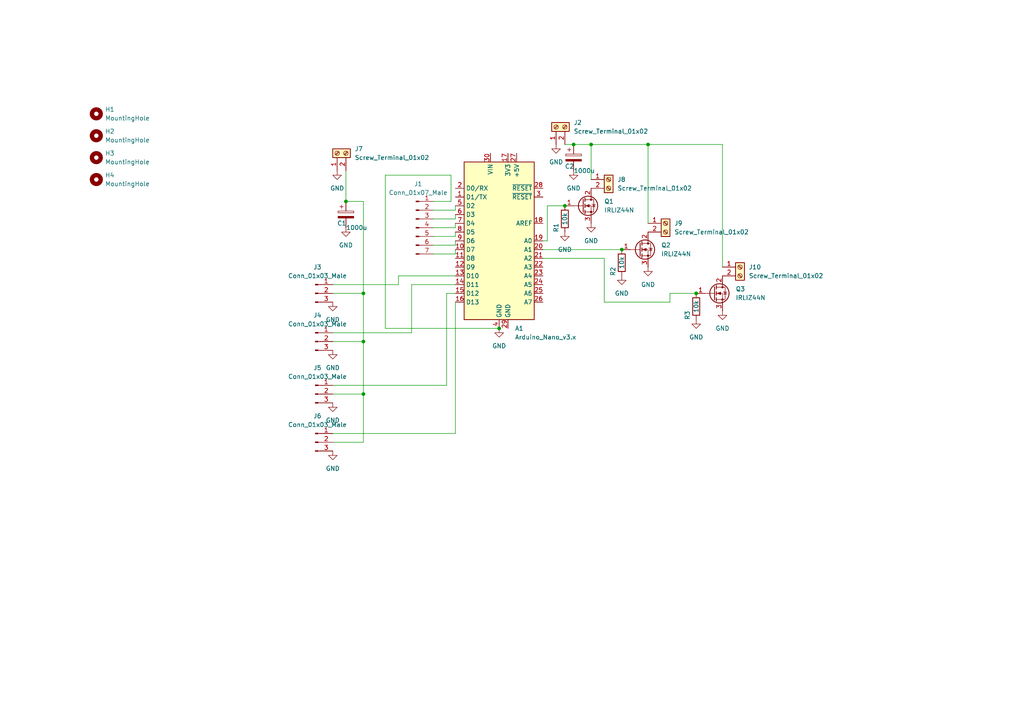
<source format=kicad_sch>
(kicad_sch (version 20230121) (generator eeschema)
  (paper "A4")
  (lib_symbols
    (symbol "Connector:Conn_01x03_Male" (pin_names (offset 1.016) hide)
      (property "Reference" "J" (at 0 5.08 0))
      (property "Value" "Conn_01x03_Male" (at 0 -5.08 0))
      (symbol "Conn_01x03_Male_1_1"
        (polyline (pts (xy 1.27 -2.54) (xy 0.8636 -2.54)) (stroke (width 0.1524)))
        (polyline (pts (xy 1.27 0) (xy 0.8636 0)) (stroke (width 0.1524)))
        (polyline (pts (xy 1.27 2.54) (xy 0.8636 2.54)) (stroke (width 0.1524)))
        (rectangle (start 0.8636 -2.413) (end 0 -2.667) (stroke (width 0.1524)) (fill (type outline)))
        (rectangle (start 0.8636 0.127) (end 0 -0.127) (stroke (width 0.1524)) (fill (type outline)))
        (rectangle (start 0.8636 2.667) (end 0 2.413) (stroke (width 0.1524)) (fill (type outline)))
        (pin passive line (at 5.08 2.54 180) (length 3.81) (name "Pin_1") (number "1"))
        (pin passive line (at 5.08 0 180) (length 3.81) (name "Pin_2") (number "2"))
        (pin passive line (at 5.08 -2.54 180) (length 3.81) (name "Pin_3") (number "3"))
      )
    )
    (symbol "Connector:Conn_01x07_Male" (pin_names (offset 1.016) hide)
      (property "Reference" "J" (at 0 10.16 0))
      (property "Value" "Conn_01x07_Male" (at 0 -10.16 0))
      (symbol "Conn_01x07_Male_1_1"
        (polyline (pts (xy 1.27 -7.62) (xy 0.8636 -7.62)) (stroke (width 0.1524)))
        (polyline (pts (xy 1.27 -5.08) (xy 0.8636 -5.08)) (stroke (width 0.1524)))
        (polyline (pts (xy 1.27 -2.54) (xy 0.8636 -2.54)) (stroke (width 0.1524)))
        (polyline (pts (xy 1.27 0) (xy 0.8636 0)) (stroke (width 0.1524)))
        (polyline (pts (xy 1.27 2.54) (xy 0.8636 2.54)) (stroke (width 0.1524)))
        (polyline (pts (xy 1.27 5.08) (xy 0.8636 5.08)) (stroke (width 0.1524)))
        (polyline (pts (xy 1.27 7.62) (xy 0.8636 7.62)) (stroke (width 0.1524)))
        (rectangle (start 0.8636 -7.493) (end 0 -7.747) (stroke (width 0.1524)) (fill (type outline)))
        (rectangle (start 0.8636 -4.953) (end 0 -5.207) (stroke (width 0.1524)) (fill (type outline)))
        (rectangle (start 0.8636 -2.413) (end 0 -2.667) (stroke (width 0.1524)) (fill (type outline)))
        (rectangle (start 0.8636 0.127) (end 0 -0.127) (stroke (width 0.1524)) (fill (type outline)))
        (rectangle (start 0.8636 2.667) (end 0 2.413) (stroke (width 0.1524)) (fill (type outline)))
        (rectangle (start 0.8636 5.207) (end 0 4.953) (stroke (width 0.1524)) (fill (type outline)))
        (rectangle (start 0.8636 7.747) (end 0 7.493) (stroke (width 0.1524)) (fill (type outline)))
        (pin passive line (at 5.08 7.62 180) (length 3.81) (name "Pin_1") (number "1"))
        (pin passive line (at 5.08 5.08 180) (length 3.81) (name "Pin_2") (number "2"))
        (pin passive line (at 5.08 2.54 180) (length 3.81) (name "Pin_3") (number "3"))
        (pin passive line (at 5.08 0 180) (length 3.81) (name "Pin_4") (number "4"))
        (pin passive line (at 5.08 -2.54 180) (length 3.81) (name "Pin_5") (number "5"))
        (pin passive line (at 5.08 -5.08 180) (length 3.81) (name "Pin_6") (number "6"))
        (pin passive line (at 5.08 -7.62 180) (length 3.81) (name "Pin_7") (number "7"))
      )
    )
    (symbol "Connector:Screw_Terminal_01x02" (pin_names (offset 1.016) hide)
      (property "Reference" "J" (at 0 2.54 0))
      (property "Value" "Screw_Terminal_01x02" (at 0 -5.08 0))
      (symbol "Screw_Terminal_01x02_1_1"
        (rectangle (start -1.27 1.27) (end 1.27 -3.81) (stroke (width 0.254)) (fill (type background)))
        (circle (center 0 -2.54) (radius 0.635) (stroke (width 0.1524)))
        (polyline (pts (xy -0.5334 -2.2098) (xy 0.3302 -3.048)) (stroke (width 0.1524)))
        (polyline (pts (xy -0.5334 0.3302) (xy 0.3302 -0.508)) (stroke (width 0.1524)))
        (polyline (pts (xy -0.3556 -2.032) (xy 0.508 -2.8702)) (stroke (width 0.1524)))
        (polyline (pts (xy -0.3556 0.508) (xy 0.508 -0.3302)) (stroke (width 0.1524)))
        (circle (center 0 0) (radius 0.635) (stroke (width 0.1524)))
        (pin passive line (at -5.08 0 0) (length 3.81) (name "Pin_1") (number "1"))
        (pin passive line (at -5.08 -2.54 0) (length 3.81) (name "Pin_2") (number "2"))
      )
    )
    (symbol "Device:C_Polarized" (pin_numbers hide) (pin_names (offset 0.254))
      (property "Reference" "C" (at 0.635 2.54 0))
      (property "Value" "C_Polarized" (at 0.635 -2.54 0))
      (symbol "C_Polarized_0_1"
        (rectangle (start -2.286 0.508) (end 2.286 1.016))
        (polyline (pts (xy -1.778 2.286) (xy -0.762 2.286)))
        (polyline (pts (xy -1.27 2.794) (xy -1.27 1.778)))
        (rectangle (start 2.286 -0.508) (end -2.286 -1.016) (fill (type outline)))
      )
      (symbol "C_Polarized_1_1"
        (pin passive line (at 0 3.81 270) (length 2.794) (name "~") (number "1"))
        (pin passive line (at 0 -3.81 90) (length 2.794) (name "~") (number "2"))
      )
    )
    (symbol "Device:R" (pin_numbers hide) (pin_names (offset 0))
      (property "Reference" "R" (at 2.032 0 90))
      (property "Value" "R" (at 0 0 90))
      (symbol "R_0_1"
        (rectangle (start -1.016 -2.54) (end 1.016 2.54) (stroke (width 0.254)))
      )
      (symbol "R_1_1"
        (pin passive line (at 0 3.81 270) (length 1.27) (name "~") (number "1"))
        (pin passive line (at 0 -3.81 90) (length 1.27) (name "~") (number "2"))
      )
    )
    (symbol "MCU_Module:Arduino_Nano_v3.x"
      (property "Reference" "A" (at -10.16 23.495 0))
      (property "Value" "Arduino_Nano_v3.x" (at 5.08 -24.13 0))
      (symbol "Arduino_Nano_v3.x_0_1"
        (rectangle (start -10.16 22.86) (end 10.16 -22.86) (stroke (width 0.254)) (fill (type background)))
      )
      (symbol "Arduino_Nano_v3.x_1_1"
        (pin bidirectional line (at -12.7 12.7 0) (length 2.54) (name "D1/TX") (number "1"))
        (pin bidirectional line (at -12.7 -2.54 0) (length 2.54) (name "D7") (number "10"))
        (pin bidirectional line (at -12.7 -5.08 0) (length 2.54) (name "D8") (number "11"))
        (pin bidirectional line (at -12.7 -7.62 0) (length 2.54) (name "D9") (number "12"))
        (pin bidirectional line (at -12.7 -10.16 0) (length 2.54) (name "D10") (number "13"))
        (pin bidirectional line (at -12.7 -12.7 0) (length 2.54) (name "D11") (number "14"))
        (pin bidirectional line (at -12.7 -15.24 0) (length 2.54) (name "D12") (number "15"))
        (pin bidirectional line (at -12.7 -17.78 0) (length 2.54) (name "D13") (number "16"))
        (pin power_out line (at 2.54 25.4 270) (length 2.54) (name "3V3") (number "17"))
        (pin input line (at 12.7 5.08 180) (length 2.54) (name "AREF") (number "18"))
        (pin bidirectional line (at 12.7 0 180) (length 2.54) (name "A0") (number "19"))
        (pin bidirectional line (at -12.7 15.24 0) (length 2.54) (name "D0/RX") (number "2"))
        (pin bidirectional line (at 12.7 -2.54 180) (length 2.54) (name "A1") (number "20"))
        (pin bidirectional line (at 12.7 -5.08 180) (length 2.54) (name "A2") (number "21"))
        (pin bidirectional line (at 12.7 -7.62 180) (length 2.54) (name "A3") (number "22"))
        (pin bidirectional line (at 12.7 -10.16 180) (length 2.54) (name "A4") (number "23"))
        (pin bidirectional line (at 12.7 -12.7 180) (length 2.54) (name "A5") (number "24"))
        (pin bidirectional line (at 12.7 -15.24 180) (length 2.54) (name "A6") (number "25"))
        (pin bidirectional line (at 12.7 -17.78 180) (length 2.54) (name "A7") (number "26"))
        (pin power_out line (at 5.08 25.4 270) (length 2.54) (name "+5V") (number "27"))
        (pin input line (at 12.7 15.24 180) (length 2.54) (name "~{RESET}") (number "28"))
        (pin power_in line (at 2.54 -25.4 90) (length 2.54) (name "GND") (number "29"))
        (pin input line (at 12.7 12.7 180) (length 2.54) (name "~{RESET}") (number "3"))
        (pin power_in line (at -2.54 25.4 270) (length 2.54) (name "VIN") (number "30"))
        (pin power_in line (at 0 -25.4 90) (length 2.54) (name "GND") (number "4"))
        (pin bidirectional line (at -12.7 10.16 0) (length 2.54) (name "D2") (number "5"))
        (pin bidirectional line (at -12.7 7.62 0) (length 2.54) (name "D3") (number "6"))
        (pin bidirectional line (at -12.7 5.08 0) (length 2.54) (name "D4") (number "7"))
        (pin bidirectional line (at -12.7 2.54 0) (length 2.54) (name "D5") (number "8"))
        (pin bidirectional line (at -12.7 0 0) (length 2.54) (name "D6") (number "9"))
      )
    )
    (symbol "Mechanical:MountingHole" (pin_names (offset 1.016))
      (property "Reference" "H" (at 0 5.08 0))
      (property "Value" "MountingHole" (at 0 3.175 0))
      (symbol "MountingHole_0_1"
        (circle (center 0 0) (radius 1.27) (stroke (width 1.27)))
      )
    )
    (symbol "Transistor_FET:IRLIZ44N" (pin_names hide)
      (property "Reference" "Q" (at 6.35 1.905 0))
      (property "Value" "IRLIZ44N" (at 6.35 0 0))
      (symbol "IRLIZ44N_0_1"
        (polyline (pts (xy 0.254 0) (xy -2.54 0)))
        (polyline (pts (xy 0.254 1.905) (xy 0.254 -1.905)) (stroke (width 0.254)))
        (polyline (pts (xy 0.762 -1.27) (xy 0.762 -2.286)) (stroke (width 0.254)))
        (polyline (pts (xy 0.762 0.508) (xy 0.762 -0.508)) (stroke (width 0.254)))
        (polyline (pts (xy 0.762 2.286) (xy 0.762 1.27)) (stroke (width 0.254)))
        (polyline (pts (xy 2.54 2.54) (xy 2.54 1.778)))
        (polyline (pts (xy 2.54 -2.54) (xy 2.54 0) (xy 0.762 0)))
        (polyline (pts (xy 0.762 -1.778) (xy 3.302 -1.778) (xy 3.302 1.778) (xy 0.762 1.778)))
        (polyline (pts (xy 1.016 0) (xy 2.032 0.381) (xy 2.032 -0.381) (xy 1.016 0)) (fill (type outline)))
        (polyline (pts (xy 2.794 0.508) (xy 2.921 0.381) (xy 3.683 0.381) (xy 3.81 0.254)))
        (polyline (pts (xy 3.302 0.381) (xy 2.921 -0.254) (xy 3.683 -0.254) (xy 3.302 0.381)))
        (circle (center 1.651 0) (radius 2.794) (stroke (width 0.254)))
        (circle (center 2.54 -1.778) (radius 0.254) (fill (type outline)))
        (circle (center 2.54 1.778) (radius 0.254) (fill (type outline)))
      )
      (symbol "IRLIZ44N_1_1"
        (pin input line (at -5.08 0 0) (length 2.54) (name "G") (number "1"))
        (pin passive line (at 2.54 5.08 270) (length 2.54) (name "D") (number "2"))
        (pin passive line (at 2.54 -5.08 90) (length 2.54) (name "S") (number "3"))
      )
    )
    (symbol "power:GND" (power) (pin_names (offset 0))
      (property "Value" "GND" (at 0 -3.81 0))
      (symbol "GND_0_1"
        (polyline (pts (xy 0 0) (xy 0 -1.27) (xy 1.27 -1.27) (xy 0 -2.54) (xy -1.27 -1.27) (xy 0 -1.27)))
      )
      (symbol "GND_1_1"
        (pin power_in line (at 0 0 270) (length 0) hide (name "GND") (number "1"))
      )
    )
  )
  (junction (at 187.96 41.91))
  (junction (at 163.83 59.69))
  (junction (at 100.33 58.42))
  (junction (at 166.37 41.91))
  (junction (at 105.41 85.09))
  (junction (at 144.78 95.25))
  (junction (at 180.34 72.39))
  (junction (at 201.93 85.09))
  (junction (at 105.41 114.3))
  (junction (at 105.41 99.06))
  (junction (at 171.45 41.91))
  (wire (pts (xy 157.48 72.39) (xy 180.34 72.39)))
  (wire (pts (xy 100.33 58.42) (xy 105.41 58.42)))
  (wire (pts (xy 130.81 50.8) (xy 111.76 50.8)))
  (wire (pts (xy 125.73 73.66) (xy 132.08 73.66)))
  (wire (pts (xy 129.54 85.09) (xy 132.08 85.09)))
  (wire (pts (xy 157.48 74.93) (xy 175.26 74.93)))
  (wire (pts (xy 105.41 85.09) (xy 105.41 58.42)))
  (wire (pts (xy 163.83 41.91) (xy 166.37 41.91)))
  (wire (pts (xy 115.57 82.55) (xy 115.57 80.01)))
  (wire (pts (xy 125.73 71.12) (xy 132.08 71.12)))
  (wire (pts (xy 209.55 41.91) (xy 187.96 41.91)))
  (wire (pts (xy 105.41 99.06) (xy 105.41 85.09)))
  (wire (pts (xy 125.73 68.58) (xy 132.08 68.58)))
  (wire (pts (xy 96.52 111.76) (xy 129.54 111.76)))
  (wire (pts (xy 187.96 41.91) (xy 171.45 41.91)))
  (wire (pts (xy 119.38 82.55) (xy 132.08 82.55)))
  (wire (pts (xy 96.52 125.73) (xy 132.08 125.73)))
  (wire (pts (xy 187.96 64.77) (xy 187.96 41.91)))
  (wire (pts (xy 96.52 114.3) (xy 105.41 114.3)))
  (wire (pts (xy 158.75 69.85) (xy 157.48 69.85)))
  (wire (pts (xy 209.55 77.47) (xy 209.55 41.91)))
  (wire (pts (xy 96.52 128.27) (xy 105.41 128.27)))
  (wire (pts (xy 166.37 41.91) (xy 171.45 41.91)))
  (wire (pts (xy 96.52 99.06) (xy 105.41 99.06)))
  (wire (pts (xy 115.57 80.01) (xy 132.08 80.01)))
  (wire (pts (xy 158.75 59.69) (xy 158.75 69.85)))
  (wire (pts (xy 175.26 74.93) (xy 175.26 87.63)))
  (wire (pts (xy 125.73 58.42) (xy 130.81 58.42)))
  (wire (pts (xy 194.31 87.63) (xy 194.31 85.09)))
  (wire (pts (xy 132.08 60.96) (xy 132.08 59.69)))
  (wire (pts (xy 194.31 85.09) (xy 201.93 85.09)))
  (wire (pts (xy 111.76 95.25) (xy 144.78 95.25)))
  (wire (pts (xy 132.08 125.73) (xy 132.08 87.63)))
  (wire (pts (xy 96.52 82.55) (xy 115.57 82.55)))
  (wire (pts (xy 100.33 58.42) (xy 100.33 49.53)))
  (wire (pts (xy 105.41 114.3) (xy 105.41 99.06)))
  (wire (pts (xy 96.52 85.09) (xy 105.41 85.09)))
  (wire (pts (xy 171.45 41.91) (xy 171.45 52.07)))
  (wire (pts (xy 175.26 87.63) (xy 194.31 87.63)))
  (wire (pts (xy 125.73 63.5) (xy 132.08 63.5)))
  (wire (pts (xy 158.75 59.69) (xy 163.83 59.69)))
  (wire (pts (xy 119.38 96.52) (xy 119.38 82.55)))
  (wire (pts (xy 130.81 58.42) (xy 130.81 50.8)))
  (wire (pts (xy 132.08 63.5) (xy 132.08 62.23)))
  (wire (pts (xy 125.73 60.96) (xy 132.08 60.96)))
  (wire (pts (xy 132.08 68.58) (xy 132.08 67.31)))
  (wire (pts (xy 132.08 71.12) (xy 132.08 69.85)))
  (wire (pts (xy 129.54 111.76) (xy 129.54 85.09)))
  (wire (pts (xy 96.52 96.52) (xy 119.38 96.52)))
  (wire (pts (xy 111.76 50.8) (xy 111.76 95.25)))
  (wire (pts (xy 132.08 73.66) (xy 132.08 72.39)))
  (wire (pts (xy 132.08 66.04) (xy 132.08 64.77)))
  (wire (pts (xy 105.41 128.27) (xy 105.41 114.3)))
  (wire (pts (xy 125.73 66.04) (xy 132.08 66.04)))
  (symbol (lib_id "Connector:Conn_01x07_Male") (at 120.65 66.04 0) (unit 1)
    (property "Reference" "J1" (at 121.285 53.34 0))
    (property "Value" "Conn_01x07_Male" (at 121.285 55.88 0))
    (property "Footprint" "Connector_PinHeader_2.00mm:PinHeader_1x07_P2.00mm_Vertical" (effects hide))
  )
  (symbol (lib_id "Transistor_FET:IRLIZ44N") (at 207.01 85.09 0) (unit 1)
    (property "Reference" "Q3" (at 213.36 83.8199 0) (effects (justify left)))
    (property "Value" "IRLIZ44N" (at 213.36 86.3599 0) (effects (justify left)))
    (property "Footprint" "Package_TO_SOT_THT:TO-220F-3_Vertical" (effects hide))
    (property "Datasheet" "http://www.irf.com/product-info/datasheets/data/irliz44n.pdf" (effects hide))
  )
  (symbol (lib_id "Connector:Screw_Terminal_01x02") (at 193.04 64.77 0) (unit 1)
    (property "Reference" "J9" (at 195.58 64.7699 0) (effects (justify left)))
    (property "Value" "Screw_Terminal_01x02" (at 195.58 67.3099 0) (effects (justify left)))
    (property "Footprint" "TerminalBlock_Phoenix:TerminalBlock_Phoenix_MKDS-1,5-2_1x02_P5.00mm_Horizontal" (effects hide))
  )
  (symbol (lib_id "Device:R") (at 163.83 63.5 0) (unit 1)
    (property "Reference" "R1" (at 161.29 66.04 90))
    (property "Value" "10k" (at 163.83 63.5 90))
    (property "Footprint" "Resistor_THT:R_Axial_DIN0207_L6.3mm_D2.5mm_P10.16mm_Horizontal" (effects hide))
  )
  (symbol (lib_id "power:GND") (at 96.52 101.6 0) (unit 1)
    (property "Reference" "#PWR0112" (effects hide))
    (property "Value" "GND" (at 96.52 106.68 0))
  )
  (symbol (lib_id "Mechanical:MountingHole") (at 27.94 39.37 0) (unit 1)
    (property "Reference" "H2" (at 30.48 38.0999 0) (effects (justify left)))
    (property "Value" "MountingHole" (at 30.48 40.6399 0) (effects (justify left)))
    (property "Footprint" "MountingHole:MountingHole_3mm" (effects hide))
  )
  (symbol (lib_id "Connector:Screw_Terminal_01x02") (at 161.29 36.83 90) (unit 1)
    (property "Reference" "J2" (at 166.37 35.5599 90) (effects (justify right)))
    (property "Value" "Screw_Terminal_01x02" (at 166.37 38.0999 90) (effects (justify right)))
    (property "Footprint" "TerminalBlock_Phoenix:TerminalBlock_Phoenix_MKDS-1,5-2_1x02_P5.00mm_Horizontal" (effects hide))
  )
  (symbol (lib_id "MCU_Module:Arduino_Nano_v3.x") (at 144.78 69.85 0) (unit 1)
    (property "Reference" "A1" (at 149.3394 95.25 0) (effects (justify left)))
    (property "Value" "Arduino_Nano_v3.x" (at 149.3394 97.79 0) (effects (justify left)))
    (property "Footprint" "Module:Arduino_Nano" (effects hide))
    (property "Datasheet" "http://www.mouser.com/pdfdocs/Gravitech_Arduino_Nano3_0.pdf" (effects hide))
  )
  (symbol (lib_id "Transistor_FET:IRLIZ44N") (at 168.91 59.69 0) (unit 1)
    (property "Reference" "Q1" (at 175.26 58.4199 0) (effects (justify left)))
    (property "Value" "IRLIZ44N" (at 175.26 60.9599 0) (effects (justify left)))
    (property "Footprint" "Package_TO_SOT_THT:TO-220F-3_Vertical" (effects hide))
    (property "Datasheet" "http://www.irf.com/product-info/datasheets/data/irliz44n.pdf" (effects hide))
  )
  (symbol (lib_id "Device:R") (at 201.93 88.9 0) (unit 1)
    (property "Reference" "R3" (at 199.39 91.44 90))
    (property "Value" "10k" (at 201.93 88.9 90))
    (property "Footprint" "Resistor_THT:R_Axial_DIN0207_L6.3mm_D2.5mm_P10.16mm_Horizontal" (effects hide))
  )
  (symbol (lib_id "Connector:Screw_Terminal_01x02") (at 97.79 44.45 90) (unit 1)
    (property "Reference" "J7" (at 102.87 43.1799 90) (effects (justify right)))
    (property "Value" "Screw_Terminal_01x02" (at 102.87 45.7199 90) (effects (justify right)))
    (property "Footprint" "TerminalBlock_Phoenix:TerminalBlock_Phoenix_MKDS-1,5-2_1x02_P5.00mm_Horizontal" (effects hide))
  )
  (symbol (lib_id "Connector:Screw_Terminal_01x02") (at 176.53 52.07 0) (unit 1)
    (property "Reference" "J8" (at 179.07 52.0699 0) (effects (justify left)))
    (property "Value" "Screw_Terminal_01x02" (at 179.07 54.6099 0) (effects (justify left)))
    (property "Footprint" "TerminalBlock_Phoenix:TerminalBlock_Phoenix_MKDS-1,5-2_1x02_P5.00mm_Horizontal" (effects hide))
  )
  (symbol (lib_id "Connector:Conn_01x03_Male") (at 91.44 85.09 0) (unit 1)
    (property "Reference" "J3" (at 92.075 77.47 0))
    (property "Value" "Conn_01x03_Male" (at 92.075 80.01 0))
    (property "Footprint" "Connector_PinHeader_2.00mm:PinHeader_1x03_P2.00mm_Vertical" (effects hide))
  )
  (symbol (lib_id "power:GND") (at 187.96 77.47 0) (unit 1)
    (property "Reference" "#PWR0107" (effects hide))
    (property "Value" "GND" (at 187.96 82.55 0))
  )
  (symbol (lib_id "power:GND") (at 166.37 49.53 0) (unit 1)
    (property "Reference" "#PWR0114" (effects hide))
    (property "Value" "GND" (at 166.37 54.61 0))
  )
  (symbol (lib_id "Connector:Conn_01x03_Male") (at 91.44 114.3 0) (unit 1)
    (property "Reference" "J5" (at 92.075 106.68 0))
    (property "Value" "Conn_01x03_Male" (at 92.075 109.22 0))
    (property "Footprint" "Connector_PinHeader_2.00mm:PinHeader_1x03_P2.00mm_Vertical" (effects hide))
  )
  (symbol (lib_id "Mechanical:MountingHole") (at 27.94 52.07 0) (unit 1)
    (property "Reference" "H4" (at 30.48 50.7999 0) (effects (justify left)))
    (property "Value" "MountingHole" (at 30.48 53.3399 0) (effects (justify left)))
    (property "Footprint" "MountingHole:MountingHole_3mm" (effects hide))
  )
  (symbol (lib_id "Device:C_Polarized") (at 166.37 45.72 0) (unit 1)
    (property "Reference" "C2" (at 163.83 48.26 0) (effects (justify left)))
    (property "Value" "1000u" (at 166.37 49.53 0) (effects (justify left)))
    (property "Footprint" "Capacitor_THT:CP_Radial_D8.0mm_P3.80mm" (effects hide))
  )
  (symbol (lib_id "power:GND") (at 96.52 87.63 0) (unit 1)
    (property "Reference" "#PWR0113" (effects hide))
    (property "Value" "GND" (at 96.52 92.71 0))
  )
  (symbol (lib_id "power:GND") (at 144.78 95.25 0) (unit 1)
    (property "Reference" "#PWR0101" (effects hide))
    (property "Value" "GND" (at 144.78 100.33 0))
  )
  (symbol (lib_id "power:GND") (at 180.34 80.01 0) (unit 1)
    (property "Reference" "#PWR0108" (effects hide))
    (property "Value" "GND" (at 180.34 85.09 0))
  )
  (symbol (lib_id "power:GND") (at 96.52 130.81 0) (unit 1)
    (property "Reference" "#PWR0111" (effects hide))
    (property "Value" "GND" (at 96.52 135.89 0))
  )
  (symbol (lib_id "Device:C_Polarized") (at 100.33 62.23 0) (unit 1)
    (property "Reference" "C1" (at 97.79 64.77 0) (effects (justify left)))
    (property "Value" "1000u" (at 100.33 66.04 0) (effects (justify left)))
    (property "Footprint" "Capacitor_THT:CP_Radial_D8.0mm_P3.80mm" (effects hide))
  )
  (symbol (lib_id "Mechanical:MountingHole") (at 27.94 45.72 0) (unit 1)
    (property "Reference" "H3" (at 30.48 44.4499 0) (effects (justify left)))
    (property "Value" "MountingHole" (at 30.48 46.9899 0) (effects (justify left)))
    (property "Footprint" "MountingHole:MountingHole_3mm" (effects hide))
  )
  (symbol (lib_id "Connector:Conn_01x03_Male") (at 91.44 99.06 0) (unit 1)
    (property "Reference" "J4" (at 92.075 91.44 0))
    (property "Value" "Conn_01x03_Male" (at 92.075 93.98 0))
    (property "Footprint" "Connector_PinHeader_2.00mm:PinHeader_1x03_P2.00mm_Vertical" (effects hide))
  )
  (symbol (lib_id "power:GND") (at 100.33 66.04 0) (unit 1)
    (property "Reference" "#PWR0115" (effects hide))
    (property "Value" "GND" (at 100.33 71.12 0))
  )
  (symbol (lib_id "Connector:Screw_Terminal_01x02") (at 214.63 77.47 0) (unit 1)
    (property "Reference" "J10" (at 217.17 77.4699 0) (effects (justify left)))
    (property "Value" "Screw_Terminal_01x02" (at 217.17 80.0099 0) (effects (justify left)))
    (property "Footprint" "TerminalBlock_Phoenix:TerminalBlock_Phoenix_MKDS-1,5-2_1x02_P5.00mm_Horizontal" (effects hide))
  )
  (symbol (lib_id "power:GND") (at 209.55 90.17 0) (unit 1)
    (property "Reference" "#PWR0105" (effects hide))
    (property "Value" "GND" (at 209.55 95.25 0))
  )
  (symbol (lib_id "Device:R") (at 180.34 76.2 0) (unit 1)
    (property "Reference" "R2" (at 177.8 78.74 90))
    (property "Value" "10k" (at 180.34 76.2 90))
    (property "Footprint" "Resistor_THT:R_Axial_DIN0207_L6.3mm_D2.5mm_P10.16mm_Horizontal" (effects hide))
  )
  (symbol (lib_id "power:GND") (at 96.52 116.84 0) (unit 1)
    (property "Reference" "#PWR0110" (effects hide))
    (property "Value" "GND" (at 96.52 121.92 0))
  )
  (symbol (lib_id "Transistor_FET:IRLIZ44N") (at 185.42 72.39 0) (unit 1)
    (property "Reference" "Q2" (at 191.77 71.1199 0) (effects (justify left)))
    (property "Value" "IRLIZ44N" (at 191.77 73.6599 0) (effects (justify left)))
    (property "Footprint" "Package_TO_SOT_THT:TO-220F-3_Vertical" (effects hide))
    (property "Datasheet" "http://www.irf.com/product-info/datasheets/data/irliz44n.pdf" (effects hide))
  )
  (symbol (lib_id "Mechanical:MountingHole") (at 27.94 33.02 0) (unit 1)
    (property "Reference" "H1" (at 30.48 31.7499 0) (effects (justify left)))
    (property "Value" "MountingHole" (at 30.48 34.2899 0) (effects (justify left)))
    (property "Footprint" "MountingHole:MountingHole_3mm" (effects hide))
  )
  (symbol (lib_id "power:GND") (at 161.29 41.91 0) (unit 1)
    (property "Reference" "#PWR0104" (effects hide))
    (property "Value" "GND" (at 161.29 46.99 0))
  )
  (symbol (lib_id "Connector:Conn_01x03_Male") (at 91.44 128.27 0) (unit 1)
    (property "Reference" "J6" (at 92.075 120.65 0))
    (property "Value" "Conn_01x03_Male" (at 92.075 123.19 0))
    (property "Footprint" "Connector_PinHeader_2.00mm:PinHeader_1x03_P2.00mm_Vertical" (effects hide))
  )
  (symbol (lib_id "power:GND") (at 201.93 92.71 0) (unit 1)
    (property "Reference" "#PWR0106" (effects hide))
    (property "Value" "GND" (at 201.93 97.79 0))
  )
  (symbol (lib_id "power:GND") (at 97.79 49.53 0) (unit 1)
    (property "Reference" "#PWR0109" (effects hide))
    (property "Value" "GND" (at 97.79 54.61 0))
  )
  (symbol (lib_id "power:GND") (at 171.45 64.77 0) (unit 1)
    (property "Reference" "#PWR0102" (effects hide))
    (property "Value" "GND" (at 171.45 69.85 0))
  )
  (symbol (lib_id "power:GND") (at 163.83 67.31 0) (unit 1)
    (property "Reference" "#PWR0103" (effects hide))
    (property "Value" "GND" (at 163.83 72.39 0))
  )
)
</source>
